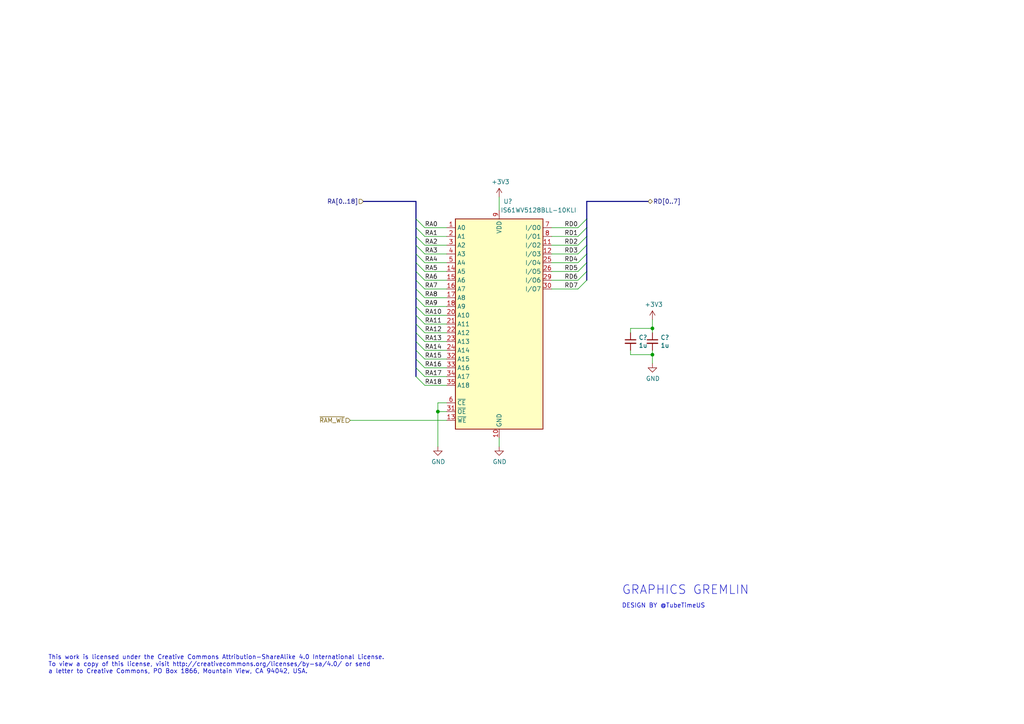
<source format=kicad_sch>
(kicad_sch
	(version 20231120)
	(generator "eeschema")
	(generator_version "8.0")
	(uuid "bc1cab36-5b79-4c6f-a520-cd4427426656")
	(paper "A4")
	(title_block
		(title "SRAM")
		(rev "2")
	)
	(lib_symbols
		(symbol "Device:C_Small"
			(pin_numbers hide)
			(pin_names
				(offset 0.254) hide)
			(exclude_from_sim no)
			(in_bom yes)
			(on_board yes)
			(property "Reference" "C"
				(at 0.254 1.778 0)
				(effects
					(font
						(size 1.27 1.27)
					)
					(justify left)
				)
			)
			(property "Value" "C_Small"
				(at 0.254 -2.032 0)
				(effects
					(font
						(size 1.27 1.27)
					)
					(justify left)
				)
			)
			(property "Footprint" ""
				(at 0 0 0)
				(effects
					(font
						(size 1.27 1.27)
					)
					(hide yes)
				)
			)
			(property "Datasheet" "~"
				(at 0 0 0)
				(effects
					(font
						(size 1.27 1.27)
					)
					(hide yes)
				)
			)
			(property "Description" "Unpolarized capacitor, small symbol"
				(at 0 0 0)
				(effects
					(font
						(size 1.27 1.27)
					)
					(hide yes)
				)
			)
			(property "ki_keywords" "capacitor cap"
				(at 0 0 0)
				(effects
					(font
						(size 1.27 1.27)
					)
					(hide yes)
				)
			)
			(property "ki_fp_filters" "C_*"
				(at 0 0 0)
				(effects
					(font
						(size 1.27 1.27)
					)
					(hide yes)
				)
			)
			(symbol "C_Small_0_1"
				(polyline
					(pts
						(xy -1.524 -0.508) (xy 1.524 -0.508)
					)
					(stroke
						(width 0.3302)
						(type default)
					)
					(fill
						(type none)
					)
				)
				(polyline
					(pts
						(xy -1.524 0.508) (xy 1.524 0.508)
					)
					(stroke
						(width 0.3048)
						(type default)
					)
					(fill
						(type none)
					)
				)
			)
			(symbol "C_Small_1_1"
				(pin passive line
					(at 0 2.54 270)
					(length 2.032)
					(name "~"
						(effects
							(font
								(size 1.27 1.27)
							)
						)
					)
					(number "1"
						(effects
							(font
								(size 1.27 1.27)
							)
						)
					)
				)
				(pin passive line
					(at 0 -2.54 90)
					(length 2.032)
					(name "~"
						(effects
							(font
								(size 1.27 1.27)
							)
						)
					)
					(number "2"
						(effects
							(font
								(size 1.27 1.27)
							)
						)
					)
				)
			)
		)
		(symbol "Memory_RAM:IS61C5128AL-10KLI"
			(exclude_from_sim no)
			(in_bom yes)
			(on_board yes)
			(property "Reference" "U"
				(at -10.16 31.75 0)
				(effects
					(font
						(size 1.27 1.27)
					)
				)
			)
			(property "Value" "IS61C5128AL-10KLI"
				(at 12.7 31.75 0)
				(effects
					(font
						(size 1.27 1.27)
					)
				)
			)
			(property "Footprint" "Package_SO:SOJ-36_10.16x23.49mm_P1.27mm"
				(at -12.7 29.21 0)
				(effects
					(font
						(size 1.27 1.27)
					)
					(hide yes)
				)
			)
			(property "Datasheet" "http://www.issi.com/WW/pdf/61-64C5128AL.pdf"
				(at 0 0 0)
				(effects
					(font
						(size 1.27 1.27)
					)
					(hide yes)
				)
			)
			(property "Description" "512K x 8 HIGH-SPEED CMOS STATIC RAM, 10ns, SOJ-36"
				(at 0 0 0)
				(effects
					(font
						(size 1.27 1.27)
					)
					(hide yes)
				)
			)
			(property "ki_keywords" "SRAM MEMORY"
				(at 0 0 0)
				(effects
					(font
						(size 1.27 1.27)
					)
					(hide yes)
				)
			)
			(property "ki_fp_filters" "SOJ*10.16x23.49mm*P1.27mm*"
				(at 0 0 0)
				(effects
					(font
						(size 1.27 1.27)
					)
					(hide yes)
				)
			)
			(symbol "IS61C5128AL-10KLI_0_1"
				(rectangle
					(start -12.7 30.48)
					(end 12.7 -30.48)
					(stroke
						(width 0.254)
						(type default)
					)
					(fill
						(type background)
					)
				)
			)
			(symbol "IS61C5128AL-10KLI_1_1"
				(pin input line
					(at -15.24 27.94 0)
					(length 2.54)
					(name "A0"
						(effects
							(font
								(size 1.27 1.27)
							)
						)
					)
					(number "1"
						(effects
							(font
								(size 1.27 1.27)
							)
						)
					)
				)
				(pin power_in line
					(at 0 -33.02 90)
					(length 2.54)
					(name "GND"
						(effects
							(font
								(size 1.27 1.27)
							)
						)
					)
					(number "10"
						(effects
							(font
								(size 1.27 1.27)
							)
						)
					)
				)
				(pin bidirectional line
					(at 15.24 22.86 180)
					(length 2.54)
					(name "I/O2"
						(effects
							(font
								(size 1.27 1.27)
							)
						)
					)
					(number "11"
						(effects
							(font
								(size 1.27 1.27)
							)
						)
					)
				)
				(pin bidirectional line
					(at 15.24 20.32 180)
					(length 2.54)
					(name "I/O3"
						(effects
							(font
								(size 1.27 1.27)
							)
						)
					)
					(number "12"
						(effects
							(font
								(size 1.27 1.27)
							)
						)
					)
				)
				(pin input line
					(at -15.24 -27.94 0)
					(length 2.54)
					(name "~{WE}"
						(effects
							(font
								(size 1.27 1.27)
							)
						)
					)
					(number "13"
						(effects
							(font
								(size 1.27 1.27)
							)
						)
					)
				)
				(pin input line
					(at -15.24 15.24 0)
					(length 2.54)
					(name "A5"
						(effects
							(font
								(size 1.27 1.27)
							)
						)
					)
					(number "14"
						(effects
							(font
								(size 1.27 1.27)
							)
						)
					)
				)
				(pin input line
					(at -15.24 12.7 0)
					(length 2.54)
					(name "A6"
						(effects
							(font
								(size 1.27 1.27)
							)
						)
					)
					(number "15"
						(effects
							(font
								(size 1.27 1.27)
							)
						)
					)
				)
				(pin input line
					(at -15.24 10.16 0)
					(length 2.54)
					(name "A7"
						(effects
							(font
								(size 1.27 1.27)
							)
						)
					)
					(number "16"
						(effects
							(font
								(size 1.27 1.27)
							)
						)
					)
				)
				(pin input line
					(at -15.24 7.62 0)
					(length 2.54)
					(name "A8"
						(effects
							(font
								(size 1.27 1.27)
							)
						)
					)
					(number "17"
						(effects
							(font
								(size 1.27 1.27)
							)
						)
					)
				)
				(pin input line
					(at -15.24 5.08 0)
					(length 2.54)
					(name "A9"
						(effects
							(font
								(size 1.27 1.27)
							)
						)
					)
					(number "18"
						(effects
							(font
								(size 1.27 1.27)
							)
						)
					)
				)
				(pin no_connect line
					(at 12.7 -27.94 180)
					(length 2.54) hide
					(name "NC"
						(effects
							(font
								(size 1.27 1.27)
							)
						)
					)
					(number "19"
						(effects
							(font
								(size 1.27 1.27)
							)
						)
					)
				)
				(pin input line
					(at -15.24 25.4 0)
					(length 2.54)
					(name "A1"
						(effects
							(font
								(size 1.27 1.27)
							)
						)
					)
					(number "2"
						(effects
							(font
								(size 1.27 1.27)
							)
						)
					)
				)
				(pin input line
					(at -15.24 2.54 0)
					(length 2.54)
					(name "A10"
						(effects
							(font
								(size 1.27 1.27)
							)
						)
					)
					(number "20"
						(effects
							(font
								(size 1.27 1.27)
							)
						)
					)
				)
				(pin input line
					(at -15.24 0 0)
					(length 2.54)
					(name "A11"
						(effects
							(font
								(size 1.27 1.27)
							)
						)
					)
					(number "21"
						(effects
							(font
								(size 1.27 1.27)
							)
						)
					)
				)
				(pin input line
					(at -15.24 -2.54 0)
					(length 2.54)
					(name "A12"
						(effects
							(font
								(size 1.27 1.27)
							)
						)
					)
					(number "22"
						(effects
							(font
								(size 1.27 1.27)
							)
						)
					)
				)
				(pin input line
					(at -15.24 -5.08 0)
					(length 2.54)
					(name "A13"
						(effects
							(font
								(size 1.27 1.27)
							)
						)
					)
					(number "23"
						(effects
							(font
								(size 1.27 1.27)
							)
						)
					)
				)
				(pin input line
					(at -15.24 -7.62 0)
					(length 2.54)
					(name "A14"
						(effects
							(font
								(size 1.27 1.27)
							)
						)
					)
					(number "24"
						(effects
							(font
								(size 1.27 1.27)
							)
						)
					)
				)
				(pin bidirectional line
					(at 15.24 17.78 180)
					(length 2.54)
					(name "I/O4"
						(effects
							(font
								(size 1.27 1.27)
							)
						)
					)
					(number "25"
						(effects
							(font
								(size 1.27 1.27)
							)
						)
					)
				)
				(pin bidirectional line
					(at 15.24 15.24 180)
					(length 2.54)
					(name "I/O5"
						(effects
							(font
								(size 1.27 1.27)
							)
						)
					)
					(number "26"
						(effects
							(font
								(size 1.27 1.27)
							)
						)
					)
				)
				(pin passive line
					(at 0 33.02 270)
					(length 2.54) hide
					(name "VDD"
						(effects
							(font
								(size 1.27 1.27)
							)
						)
					)
					(number "27"
						(effects
							(font
								(size 1.27 1.27)
							)
						)
					)
				)
				(pin passive line
					(at 0 -33.02 90)
					(length 2.54) hide
					(name "GND"
						(effects
							(font
								(size 1.27 1.27)
							)
						)
					)
					(number "28"
						(effects
							(font
								(size 1.27 1.27)
							)
						)
					)
				)
				(pin bidirectional line
					(at 15.24 12.7 180)
					(length 2.54)
					(name "I/O6"
						(effects
							(font
								(size 1.27 1.27)
							)
						)
					)
					(number "29"
						(effects
							(font
								(size 1.27 1.27)
							)
						)
					)
				)
				(pin input line
					(at -15.24 22.86 0)
					(length 2.54)
					(name "A2"
						(effects
							(font
								(size 1.27 1.27)
							)
						)
					)
					(number "3"
						(effects
							(font
								(size 1.27 1.27)
							)
						)
					)
				)
				(pin bidirectional line
					(at 15.24 10.16 180)
					(length 2.54)
					(name "I/O7"
						(effects
							(font
								(size 1.27 1.27)
							)
						)
					)
					(number "30"
						(effects
							(font
								(size 1.27 1.27)
							)
						)
					)
				)
				(pin input line
					(at -15.24 -25.4 0)
					(length 2.54)
					(name "~{OE}"
						(effects
							(font
								(size 1.27 1.27)
							)
						)
					)
					(number "31"
						(effects
							(font
								(size 1.27 1.27)
							)
						)
					)
				)
				(pin input line
					(at -15.24 -10.16 0)
					(length 2.54)
					(name "A15"
						(effects
							(font
								(size 1.27 1.27)
							)
						)
					)
					(number "32"
						(effects
							(font
								(size 1.27 1.27)
							)
						)
					)
				)
				(pin input line
					(at -15.24 -12.7 0)
					(length 2.54)
					(name "A16"
						(effects
							(font
								(size 1.27 1.27)
							)
						)
					)
					(number "33"
						(effects
							(font
								(size 1.27 1.27)
							)
						)
					)
				)
				(pin input line
					(at -15.24 -15.24 0)
					(length 2.54)
					(name "A17"
						(effects
							(font
								(size 1.27 1.27)
							)
						)
					)
					(number "34"
						(effects
							(font
								(size 1.27 1.27)
							)
						)
					)
				)
				(pin input line
					(at -15.24 -17.78 0)
					(length 2.54)
					(name "A18"
						(effects
							(font
								(size 1.27 1.27)
							)
						)
					)
					(number "35"
						(effects
							(font
								(size 1.27 1.27)
							)
						)
					)
				)
				(pin no_connect line
					(at 12.7 -25.4 180)
					(length 2.54) hide
					(name "NC"
						(effects
							(font
								(size 1.27 1.27)
							)
						)
					)
					(number "36"
						(effects
							(font
								(size 1.27 1.27)
							)
						)
					)
				)
				(pin input line
					(at -15.24 20.32 0)
					(length 2.54)
					(name "A3"
						(effects
							(font
								(size 1.27 1.27)
							)
						)
					)
					(number "4"
						(effects
							(font
								(size 1.27 1.27)
							)
						)
					)
				)
				(pin input line
					(at -15.24 17.78 0)
					(length 2.54)
					(name "A4"
						(effects
							(font
								(size 1.27 1.27)
							)
						)
					)
					(number "5"
						(effects
							(font
								(size 1.27 1.27)
							)
						)
					)
				)
				(pin input line
					(at -15.24 -22.86 0)
					(length 2.54)
					(name "~{CE}"
						(effects
							(font
								(size 1.27 1.27)
							)
						)
					)
					(number "6"
						(effects
							(font
								(size 1.27 1.27)
							)
						)
					)
				)
				(pin bidirectional line
					(at 15.24 27.94 180)
					(length 2.54)
					(name "I/O0"
						(effects
							(font
								(size 1.27 1.27)
							)
						)
					)
					(number "7"
						(effects
							(font
								(size 1.27 1.27)
							)
						)
					)
				)
				(pin bidirectional line
					(at 15.24 25.4 180)
					(length 2.54)
					(name "I/O1"
						(effects
							(font
								(size 1.27 1.27)
							)
						)
					)
					(number "8"
						(effects
							(font
								(size 1.27 1.27)
							)
						)
					)
				)
				(pin power_in line
					(at 0 33.02 270)
					(length 2.54)
					(name "VDD"
						(effects
							(font
								(size 1.27 1.27)
							)
						)
					)
					(number "9"
						(effects
							(font
								(size 1.27 1.27)
							)
						)
					)
				)
			)
		)
		(symbol "isavideo-rescue:+3V3-power"
			(power)
			(pin_names
				(offset 0)
			)
			(exclude_from_sim no)
			(in_bom yes)
			(on_board yes)
			(property "Reference" "#PWR"
				(at 0 -3.81 0)
				(effects
					(font
						(size 1.27 1.27)
					)
					(hide yes)
				)
			)
			(property "Value" "power_+3V3"
				(at 0 3.556 0)
				(effects
					(font
						(size 1.27 1.27)
					)
				)
			)
			(property "Footprint" ""
				(at 0 0 0)
				(effects
					(font
						(size 1.27 1.27)
					)
					(hide yes)
				)
			)
			(property "Datasheet" ""
				(at 0 0 0)
				(effects
					(font
						(size 1.27 1.27)
					)
					(hide yes)
				)
			)
			(property "Description" ""
				(at 0 0 0)
				(effects
					(font
						(size 1.27 1.27)
					)
					(hide yes)
				)
			)
			(symbol "+3V3-power_0_1"
				(polyline
					(pts
						(xy -0.762 1.27) (xy 0 2.54)
					)
					(stroke
						(width 0)
						(type solid)
					)
					(fill
						(type none)
					)
				)
				(polyline
					(pts
						(xy 0 0) (xy 0 2.54)
					)
					(stroke
						(width 0)
						(type solid)
					)
					(fill
						(type none)
					)
				)
				(polyline
					(pts
						(xy 0 2.54) (xy 0.762 1.27)
					)
					(stroke
						(width 0)
						(type solid)
					)
					(fill
						(type none)
					)
				)
			)
			(symbol "+3V3-power_1_1"
				(pin power_in line
					(at 0 0 90)
					(length 0) hide
					(name "+3V3"
						(effects
							(font
								(size 1.27 1.27)
							)
						)
					)
					(number "1"
						(effects
							(font
								(size 1.27 1.27)
							)
						)
					)
				)
			)
		)
		(symbol "isavideo-rescue:GND-power"
			(power)
			(pin_names
				(offset 0)
			)
			(exclude_from_sim no)
			(in_bom yes)
			(on_board yes)
			(property "Reference" "#PWR"
				(at 0 -6.35 0)
				(effects
					(font
						(size 1.27 1.27)
					)
					(hide yes)
				)
			)
			(property "Value" "power_GND"
				(at 0 -3.81 0)
				(effects
					(font
						(size 1.27 1.27)
					)
				)
			)
			(property "Footprint" ""
				(at 0 0 0)
				(effects
					(font
						(size 1.27 1.27)
					)
					(hide yes)
				)
			)
			(property "Datasheet" ""
				(at 0 0 0)
				(effects
					(font
						(size 1.27 1.27)
					)
					(hide yes)
				)
			)
			(property "Description" ""
				(at 0 0 0)
				(effects
					(font
						(size 1.27 1.27)
					)
					(hide yes)
				)
			)
			(symbol "GND-power_0_1"
				(polyline
					(pts
						(xy 0 0) (xy 0 -1.27) (xy 1.27 -1.27) (xy 0 -2.54) (xy -1.27 -1.27) (xy 0 -1.27)
					)
					(stroke
						(width 0)
						(type solid)
					)
					(fill
						(type none)
					)
				)
			)
			(symbol "GND-power_1_1"
				(pin power_in line
					(at 0 0 270)
					(length 0) hide
					(name "GND"
						(effects
							(font
								(size 1.27 1.27)
							)
						)
					)
					(number "1"
						(effects
							(font
								(size 1.27 1.27)
							)
						)
					)
				)
			)
		)
	)
	(junction
		(at 127 119.38)
		(diameter 0)
		(color 0 0 0 0)
		(uuid "63dc6bd9-15b8-4394-8029-50dd9743b244")
	)
	(junction
		(at 189.23 95.25)
		(diameter 0)
		(color 0 0 0 0)
		(uuid "912dfb88-0bea-4d58-8974-c6d3d5ef0552")
	)
	(junction
		(at 189.23 102.87)
		(diameter 0)
		(color 0 0 0 0)
		(uuid "9e8b88a5-4db3-4086-8546-45e156db027b")
	)
	(bus_entry
		(at 120.65 104.14)
		(size 2.54 2.54)
		(stroke
			(width 0)
			(type default)
		)
		(uuid "0ffa5a8c-c79a-4ab6-87ea-c7d0cb47de54")
	)
	(bus_entry
		(at 120.65 71.12)
		(size 2.54 2.54)
		(stroke
			(width 0)
			(type default)
		)
		(uuid "18acc884-5699-40e2-95b1-f4cf590926ba")
	)
	(bus_entry
		(at 120.65 96.52)
		(size 2.54 2.54)
		(stroke
			(width 0)
			(type default)
		)
		(uuid "2d89dda8-69f2-47c7-8d59-85c43fc6f1bc")
	)
	(bus_entry
		(at 167.64 78.74)
		(size 2.54 -2.54)
		(stroke
			(width 0)
			(type default)
		)
		(uuid "366f2c6f-3502-47ff-9b81-9bf78a4b3f80")
	)
	(bus_entry
		(at 167.64 83.82)
		(size 2.54 -2.54)
		(stroke
			(width 0)
			(type default)
		)
		(uuid "3780d3e5-c83d-4ca1-8795-90637b6ce463")
	)
	(bus_entry
		(at 120.65 109.22)
		(size 2.54 2.54)
		(stroke
			(width 0)
			(type default)
		)
		(uuid "3fc72f4c-c506-4f04-88b2-2ea0a8df2c2e")
	)
	(bus_entry
		(at 120.65 66.04)
		(size 2.54 2.54)
		(stroke
			(width 0)
			(type default)
		)
		(uuid "4e52f97c-64e0-4e37-bb72-739bbe9dc878")
	)
	(bus_entry
		(at 167.64 66.04)
		(size 2.54 -2.54)
		(stroke
			(width 0)
			(type default)
		)
		(uuid "56576160-c095-42b4-a764-309ba2ea2045")
	)
	(bus_entry
		(at 120.65 78.74)
		(size 2.54 2.54)
		(stroke
			(width 0)
			(type default)
		)
		(uuid "56ddef8b-424d-4d8a-9bf1-78da69d6efe5")
	)
	(bus_entry
		(at 167.64 71.12)
		(size 2.54 -2.54)
		(stroke
			(width 0)
			(type default)
		)
		(uuid "623abc89-5914-47ce-9bb4-b792709aec3d")
	)
	(bus_entry
		(at 120.65 68.58)
		(size 2.54 2.54)
		(stroke
			(width 0)
			(type default)
		)
		(uuid "69205a3f-1441-4b7f-8427-761d39444e6a")
	)
	(bus_entry
		(at 120.65 86.36)
		(size 2.54 2.54)
		(stroke
			(width 0)
			(type default)
		)
		(uuid "6bcc4e66-6018-495d-b46f-f35f2e0379d7")
	)
	(bus_entry
		(at 120.65 91.44)
		(size 2.54 2.54)
		(stroke
			(width 0)
			(type default)
		)
		(uuid "6f21da35-e48c-42ac-92a7-4698e2191e54")
	)
	(bus_entry
		(at 120.65 88.9)
		(size 2.54 2.54)
		(stroke
			(width 0)
			(type default)
		)
		(uuid "7457bd4c-485e-425b-ad87-ddf16ab82fc8")
	)
	(bus_entry
		(at 120.65 73.66)
		(size 2.54 2.54)
		(stroke
			(width 0)
			(type default)
		)
		(uuid "74db30d0-2d8d-461a-ae66-ea28a38dc390")
	)
	(bus_entry
		(at 167.64 73.66)
		(size 2.54 -2.54)
		(stroke
			(width 0)
			(type default)
		)
		(uuid "93ebcfa3-0bf1-450a-b196-7827ff7fc0f6")
	)
	(bus_entry
		(at 120.65 106.68)
		(size 2.54 2.54)
		(stroke
			(width 0)
			(type default)
		)
		(uuid "97945c24-cac4-49f0-8c43-fe07d652722b")
	)
	(bus_entry
		(at 120.65 101.6)
		(size 2.54 2.54)
		(stroke
			(width 0)
			(type default)
		)
		(uuid "9d8f1bfb-93af-4231-9f3e-0a4d215be42c")
	)
	(bus_entry
		(at 120.65 63.5)
		(size 2.54 2.54)
		(stroke
			(width 0)
			(type default)
		)
		(uuid "b39dc65d-b288-47d0-a808-33da751f904c")
	)
	(bus_entry
		(at 120.65 93.98)
		(size 2.54 2.54)
		(stroke
			(width 0)
			(type default)
		)
		(uuid "b84134e3-9417-4bb3-9f8b-c1e0872f68f5")
	)
	(bus_entry
		(at 120.65 76.2)
		(size 2.54 2.54)
		(stroke
			(width 0)
			(type default)
		)
		(uuid "beae85a7-aef7-465f-85f8-38b9d6eca230")
	)
	(bus_entry
		(at 120.65 99.06)
		(size 2.54 2.54)
		(stroke
			(width 0)
			(type default)
		)
		(uuid "d933e33b-69a5-44da-a680-34cfa45bc41a")
	)
	(bus_entry
		(at 167.64 76.2)
		(size 2.54 -2.54)
		(stroke
			(width 0)
			(type default)
		)
		(uuid "e10931ed-bc6d-4e85-93b0-c760e8e80c9d")
	)
	(bus_entry
		(at 167.64 68.58)
		(size 2.54 -2.54)
		(stroke
			(width 0)
			(type default)
		)
		(uuid "e30c4b00-2b4e-4279-bff2-bcf020f487bc")
	)
	(bus_entry
		(at 120.65 81.28)
		(size 2.54 2.54)
		(stroke
			(width 0)
			(type default)
		)
		(uuid "e6925bfb-872e-4c8e-a178-07d7262f7093")
	)
	(bus_entry
		(at 120.65 83.82)
		(size 2.54 2.54)
		(stroke
			(width 0)
			(type default)
		)
		(uuid "ee70ed6a-c20c-4996-acd6-cabfde2cd304")
	)
	(bus_entry
		(at 167.64 81.28)
		(size 2.54 -2.54)
		(stroke
			(width 0)
			(type default)
		)
		(uuid "f95bd133-98b3-41cd-ae02-ba470e03c3d9")
	)
	(bus
		(pts
			(xy 120.65 76.2) (xy 120.65 78.74)
		)
		(stroke
			(width 0)
			(type default)
		)
		(uuid "044852fa-bfe6-4e9c-a17a-4819c6df0d5f")
	)
	(wire
		(pts
			(xy 129.54 121.92) (xy 101.6 121.92)
		)
		(stroke
			(width 0)
			(type default)
		)
		(uuid "0fa27992-76f7-44c4-83b7-00570899870f")
	)
	(wire
		(pts
			(xy 123.19 111.76) (xy 129.54 111.76)
		)
		(stroke
			(width 0)
			(type default)
		)
		(uuid "117ea55c-840c-43b1-a29d-0572994ad52f")
	)
	(bus
		(pts
			(xy 120.65 71.12) (xy 120.65 73.66)
		)
		(stroke
			(width 0)
			(type default)
		)
		(uuid "145b760a-5bd3-4467-9c84-4d8d7d19731a")
	)
	(wire
		(pts
			(xy 123.19 86.36) (xy 129.54 86.36)
		)
		(stroke
			(width 0)
			(type default)
		)
		(uuid "15318993-131f-4f08-a31d-03f9b926814c")
	)
	(bus
		(pts
			(xy 120.65 58.42) (xy 120.65 63.5)
		)
		(stroke
			(width 0)
			(type default)
		)
		(uuid "15801121-5d2c-481b-a59f-4050f49cee47")
	)
	(wire
		(pts
			(xy 127 116.84) (xy 127 119.38)
		)
		(stroke
			(width 0)
			(type default)
		)
		(uuid "247261a3-d5f7-4e70-9b36-d4755dcb25e6")
	)
	(bus
		(pts
			(xy 120.65 58.42) (xy 105.41 58.42)
		)
		(stroke
			(width 0)
			(type default)
		)
		(uuid "2679a0d1-7942-45a6-a5ed-b47bb6e84fc7")
	)
	(wire
		(pts
			(xy 189.23 102.87) (xy 189.23 105.41)
		)
		(stroke
			(width 0)
			(type default)
		)
		(uuid "289927ca-461f-4785-a5a9-3f7a10280195")
	)
	(bus
		(pts
			(xy 120.65 63.5) (xy 120.65 66.04)
		)
		(stroke
			(width 0)
			(type default)
		)
		(uuid "28d563f7-0769-4d18-8043-14222f9a1bd8")
	)
	(wire
		(pts
			(xy 123.19 68.58) (xy 129.54 68.58)
		)
		(stroke
			(width 0)
			(type default)
		)
		(uuid "2918ff38-dbe2-4355-a998-1feb1d8bab08")
	)
	(wire
		(pts
			(xy 189.23 95.25) (xy 189.23 96.52)
		)
		(stroke
			(width 0)
			(type default)
		)
		(uuid "2a3d8539-9a86-47fb-b8dc-22e957164216")
	)
	(wire
		(pts
			(xy 123.19 66.04) (xy 129.54 66.04)
		)
		(stroke
			(width 0)
			(type default)
		)
		(uuid "2c5683c4-3549-4f72-b13a-f886c2ab7cab")
	)
	(wire
		(pts
			(xy 182.88 102.87) (xy 189.23 102.87)
		)
		(stroke
			(width 0)
			(type default)
		)
		(uuid "2ed2d17e-ee42-4903-b11d-243e2fc8b908")
	)
	(bus
		(pts
			(xy 120.65 66.04) (xy 120.65 68.58)
		)
		(stroke
			(width 0)
			(type default)
		)
		(uuid "3433e6f6-d722-4377-bba5-c7d703bfa673")
	)
	(bus
		(pts
			(xy 170.18 66.04) (xy 170.18 68.58)
		)
		(stroke
			(width 0)
			(type default)
		)
		(uuid "34839887-54f8-4390-833e-b827cbfe39e3")
	)
	(bus
		(pts
			(xy 120.65 78.74) (xy 120.65 81.28)
		)
		(stroke
			(width 0)
			(type default)
		)
		(uuid "39667d8f-239b-4cf0-ac8b-3f510714c0d6")
	)
	(wire
		(pts
			(xy 123.19 81.28) (xy 129.54 81.28)
		)
		(stroke
			(width 0)
			(type default)
		)
		(uuid "3a1c85fa-ac79-4ce5-bc09-22a1388cc0b7")
	)
	(bus
		(pts
			(xy 170.18 73.66) (xy 170.18 76.2)
		)
		(stroke
			(width 0)
			(type default)
		)
		(uuid "3c3fded0-5f2a-4412-a02f-5c296264ac63")
	)
	(wire
		(pts
			(xy 160.02 66.04) (xy 167.64 66.04)
		)
		(stroke
			(width 0)
			(type default)
		)
		(uuid "3cc144bd-8c67-4a5c-abcf-2b13f5a28df9")
	)
	(bus
		(pts
			(xy 120.65 99.06) (xy 120.65 101.6)
		)
		(stroke
			(width 0)
			(type default)
		)
		(uuid "448957f8-9ff8-4b73-b6e9-5a460bf6dd2d")
	)
	(wire
		(pts
			(xy 123.19 88.9) (xy 129.54 88.9)
		)
		(stroke
			(width 0)
			(type default)
		)
		(uuid "451592d3-50cf-4be0-a7e9-3f01abc9f702")
	)
	(bus
		(pts
			(xy 170.18 78.74) (xy 170.18 81.28)
		)
		(stroke
			(width 0)
			(type default)
		)
		(uuid "454a3c44-8b61-4806-86f0-ac684b0db9d9")
	)
	(wire
		(pts
			(xy 160.02 83.82) (xy 167.64 83.82)
		)
		(stroke
			(width 0)
			(type default)
		)
		(uuid "483037e9-304b-4957-8ac8-03a8f0cebc9e")
	)
	(wire
		(pts
			(xy 182.88 96.52) (xy 182.88 95.25)
		)
		(stroke
			(width 0)
			(type default)
		)
		(uuid "4f01416f-1cee-4384-8f54-fcdea1f0e25a")
	)
	(bus
		(pts
			(xy 120.65 86.36) (xy 120.65 88.9)
		)
		(stroke
			(width 0)
			(type default)
		)
		(uuid "4f1a24cd-62f6-42f9-8cdf-408edcc10e14")
	)
	(wire
		(pts
			(xy 189.23 95.25) (xy 189.23 92.71)
		)
		(stroke
			(width 0)
			(type default)
		)
		(uuid "53676bf1-7992-46fd-9b18-5d6ee757053e")
	)
	(wire
		(pts
			(xy 123.19 78.74) (xy 129.54 78.74)
		)
		(stroke
			(width 0)
			(type default)
		)
		(uuid "56e8272c-91fd-4e52-801f-8d765e3c397d")
	)
	(wire
		(pts
			(xy 144.78 57.15) (xy 144.78 60.96)
		)
		(stroke
			(width 0)
			(type default)
		)
		(uuid "57b1a6f5-b8d2-4f77-904b-08230eac91af")
	)
	(bus
		(pts
			(xy 120.65 91.44) (xy 120.65 93.98)
		)
		(stroke
			(width 0)
			(type default)
		)
		(uuid "57e8a10f-cf3a-4606-a9cb-b6dc02cbf50f")
	)
	(wire
		(pts
			(xy 127 119.38) (xy 129.54 119.38)
		)
		(stroke
			(width 0)
			(type default)
		)
		(uuid "58ef2409-0a0d-4d0a-a09e-80e9b6e6c157")
	)
	(wire
		(pts
			(xy 123.19 104.14) (xy 129.54 104.14)
		)
		(stroke
			(width 0)
			(type default)
		)
		(uuid "5fbb87cd-0d3f-4292-ac74-cc9004c08ed4")
	)
	(bus
		(pts
			(xy 170.18 58.42) (xy 187.96 58.42)
		)
		(stroke
			(width 0)
			(type default)
		)
		(uuid "6001e1f5-bbc3-49ca-a973-49678c13c134")
	)
	(bus
		(pts
			(xy 170.18 76.2) (xy 170.18 78.74)
		)
		(stroke
			(width 0)
			(type default)
		)
		(uuid "6043040a-d08b-4773-96f8-1cd9808075a5")
	)
	(bus
		(pts
			(xy 120.65 83.82) (xy 120.65 86.36)
		)
		(stroke
			(width 0)
			(type default)
		)
		(uuid "6877eafa-3c9a-4e57-9049-ec93f9d504be")
	)
	(bus
		(pts
			(xy 120.65 81.28) (xy 120.65 83.82)
		)
		(stroke
			(width 0)
			(type default)
		)
		(uuid "6a0c3b82-7725-4db0-8a8c-b64d91354a2d")
	)
	(bus
		(pts
			(xy 120.65 93.98) (xy 120.65 96.52)
		)
		(stroke
			(width 0)
			(type default)
		)
		(uuid "6a5b4f69-1447-469e-995e-09fb695673b4")
	)
	(bus
		(pts
			(xy 120.65 73.66) (xy 120.65 76.2)
		)
		(stroke
			(width 0)
			(type default)
		)
		(uuid "6d89b14a-4616-4ca1-8f23-61fb8fc7da27")
	)
	(bus
		(pts
			(xy 170.18 63.5) (xy 170.18 66.04)
		)
		(stroke
			(width 0)
			(type default)
		)
		(uuid "742a1c43-e008-47e6-a8dc-152821b271b8")
	)
	(wire
		(pts
			(xy 123.19 101.6) (xy 129.54 101.6)
		)
		(stroke
			(width 0)
			(type default)
		)
		(uuid "758f1e24-d9c5-4096-ab94-c3b5cf40008d")
	)
	(wire
		(pts
			(xy 123.19 109.22) (xy 129.54 109.22)
		)
		(stroke
			(width 0)
			(type default)
		)
		(uuid "79ee6f9b-de13-469a-b3fc-d59c311fc540")
	)
	(wire
		(pts
			(xy 160.02 68.58) (xy 167.64 68.58)
		)
		(stroke
			(width 0)
			(type default)
		)
		(uuid "7b5b26ec-2964-495a-8381-39a10a083db6")
	)
	(wire
		(pts
			(xy 144.78 127) (xy 144.78 129.54)
		)
		(stroke
			(width 0)
			(type default)
		)
		(uuid "820373b2-f36a-436a-abe8-bbdf8bcb9979")
	)
	(bus
		(pts
			(xy 120.65 96.52) (xy 120.65 99.06)
		)
		(stroke
			(width 0)
			(type default)
		)
		(uuid "8d9a545b-07f7-4976-b4e3-88dded390c8a")
	)
	(bus
		(pts
			(xy 120.65 101.6) (xy 120.65 104.14)
		)
		(stroke
			(width 0)
			(type default)
		)
		(uuid "94a32004-87e4-493e-ad16-1c4c5d462631")
	)
	(wire
		(pts
			(xy 160.02 71.12) (xy 167.64 71.12)
		)
		(stroke
			(width 0)
			(type default)
		)
		(uuid "9711cb62-bdd8-4dbc-8df7-ba36b37aa069")
	)
	(bus
		(pts
			(xy 120.65 106.68) (xy 120.65 109.22)
		)
		(stroke
			(width 0)
			(type default)
		)
		(uuid "9b4d401e-ffce-4ae1-a89a-18d682d79733")
	)
	(bus
		(pts
			(xy 170.18 71.12) (xy 170.18 73.66)
		)
		(stroke
			(width 0)
			(type default)
		)
		(uuid "9d41315e-7e9b-422c-a9b6-3701c855bde7")
	)
	(wire
		(pts
			(xy 123.19 76.2) (xy 129.54 76.2)
		)
		(stroke
			(width 0)
			(type default)
		)
		(uuid "a5570ef5-91eb-4cfb-870f-2417505ac7d7")
	)
	(wire
		(pts
			(xy 123.19 71.12) (xy 129.54 71.12)
		)
		(stroke
			(width 0)
			(type default)
		)
		(uuid "a5b3a462-a39f-408a-bc39-f14a828dd904")
	)
	(bus
		(pts
			(xy 170.18 58.42) (xy 170.18 63.5)
		)
		(stroke
			(width 0)
			(type default)
		)
		(uuid "ab309fd5-4670-4087-9b95-460c1a05333d")
	)
	(wire
		(pts
			(xy 160.02 73.66) (xy 167.64 73.66)
		)
		(stroke
			(width 0)
			(type default)
		)
		(uuid "b1e7ec3b-5beb-49ea-88db-9aab8f550e16")
	)
	(wire
		(pts
			(xy 123.19 106.68) (xy 129.54 106.68)
		)
		(stroke
			(width 0)
			(type default)
		)
		(uuid "b24be351-1769-44da-8b13-ca3ad86ac034")
	)
	(wire
		(pts
			(xy 123.19 91.44) (xy 129.54 91.44)
		)
		(stroke
			(width 0)
			(type default)
		)
		(uuid "b27dba69-59c0-4111-a8d1-ce3f375bc946")
	)
	(bus
		(pts
			(xy 120.65 104.14) (xy 120.65 106.68)
		)
		(stroke
			(width 0)
			(type default)
		)
		(uuid "b5245d85-ba60-4c71-a1fe-3a1d368d4f6a")
	)
	(bus
		(pts
			(xy 120.65 88.9) (xy 120.65 91.44)
		)
		(stroke
			(width 0)
			(type default)
		)
		(uuid "b5e8efd5-f986-4ec8-8130-c86ef4db1e6f")
	)
	(bus
		(pts
			(xy 170.18 68.58) (xy 170.18 71.12)
		)
		(stroke
			(width 0)
			(type default)
		)
		(uuid "be048203-d0ac-46bc-8e2b-fc83c9c0e3a8")
	)
	(wire
		(pts
			(xy 123.19 99.06) (xy 129.54 99.06)
		)
		(stroke
			(width 0)
			(type default)
		)
		(uuid "c595a5e7-0dc4-4e9a-bf16-d178f7c5f568")
	)
	(wire
		(pts
			(xy 129.54 116.84) (xy 127 116.84)
		)
		(stroke
			(width 0)
			(type default)
		)
		(uuid "c8da7b44-0637-4cec-8bd2-aa03537702bd")
	)
	(wire
		(pts
			(xy 182.88 95.25) (xy 189.23 95.25)
		)
		(stroke
			(width 0)
			(type default)
		)
		(uuid "cac1b8fb-3bae-47cc-95fe-40d3d52dc785")
	)
	(wire
		(pts
			(xy 160.02 76.2) (xy 167.64 76.2)
		)
		(stroke
			(width 0)
			(type default)
		)
		(uuid "cc9b31da-6bfd-4383-9e7e-4b971203230f")
	)
	(wire
		(pts
			(xy 127 119.38) (xy 127 129.54)
		)
		(stroke
			(width 0)
			(type default)
		)
		(uuid "d18e27ef-8963-4b27-893b-999bd6b8f9e0")
	)
	(wire
		(pts
			(xy 123.19 96.52) (xy 129.54 96.52)
		)
		(stroke
			(width 0)
			(type default)
		)
		(uuid "d5da664e-fd47-44f0-9512-7ced6210fcfe")
	)
	(wire
		(pts
			(xy 160.02 78.74) (xy 167.64 78.74)
		)
		(stroke
			(width 0)
			(type default)
		)
		(uuid "d75bd0f4-390a-49be-a552-763dcad1c68e")
	)
	(wire
		(pts
			(xy 160.02 81.28) (xy 167.64 81.28)
		)
		(stroke
			(width 0)
			(type default)
		)
		(uuid "dd743629-f094-45e6-a1d9-901dde8cc350")
	)
	(wire
		(pts
			(xy 189.23 101.6) (xy 189.23 102.87)
		)
		(stroke
			(width 0)
			(type default)
		)
		(uuid "de55ad71-2f6f-4bbd-b949-2a4f9a065478")
	)
	(wire
		(pts
			(xy 123.19 73.66) (xy 129.54 73.66)
		)
		(stroke
			(width 0)
			(type default)
		)
		(uuid "dff0b320-b4c8-4f73-9bf0-571cfda9d21d")
	)
	(wire
		(pts
			(xy 182.88 101.6) (xy 182.88 102.87)
		)
		(stroke
			(width 0)
			(type default)
		)
		(uuid "e2425d19-de15-4ec9-9264-91beac272809")
	)
	(bus
		(pts
			(xy 120.65 68.58) (xy 120.65 71.12)
		)
		(stroke
			(width 0)
			(type default)
		)
		(uuid "ef18557f-77ce-4cf3-8399-912b8eaab2fa")
	)
	(wire
		(pts
			(xy 123.19 83.82) (xy 129.54 83.82)
		)
		(stroke
			(width 0)
			(type default)
		)
		(uuid "fe9bfbc4-7771-469f-ab0d-066346cca628")
	)
	(wire
		(pts
			(xy 123.19 93.98) (xy 129.54 93.98)
		)
		(stroke
			(width 0)
			(type default)
		)
		(uuid "ff9dcd6b-e2ce-40e3-a1b9-a57d02f5b1c5")
	)
	(text "This work is licensed under the Creative Commons Attribution-ShareAlike 4.0 International License. \nTo view a copy of this license, visit http://creativecommons.org/licenses/by-sa/4.0/ or send\na letter to Creative Commons, PO Box 1866, Mountain View, CA 94042, USA."
		(exclude_from_sim no)
		(at 13.97 195.58 0)
		(effects
			(font
				(size 1.27 1.27)
			)
			(justify left bottom)
		)
		(uuid "3d7e390a-9ed2-49a1-8124-f88c798568a0")
	)
	(text "GRAPHICS GREMLIN"
		(exclude_from_sim no)
		(at 180.34 172.72 0)
		(effects
			(font
				(size 2.54 2.54)
			)
			(justify left bottom)
		)
		(uuid "5648d585-2627-4016-a38b-4760632a3358")
	)
	(text "DESIGN BY @TubeTimeUS"
		(exclude_from_sim no)
		(at 180.34 176.53 0)
		(effects
			(font
				(size 1.27 1.27)
			)
			(justify left bottom)
		)
		(uuid "cf266a3c-0820-4615-8405-0cc4d2450937")
	)
	(label "RD0"
		(at 167.64 66.04 180)
		(effects
			(font
				(size 1.27 1.27)
			)
			(justify right bottom)
		)
		(uuid "07df0ba8-5dc3-4834-b342-768d3f5e091c")
	)
	(label "RA15"
		(at 123.19 104.14 0)
		(effects
			(font
				(size 1.27 1.27)
			)
			(justify left bottom)
		)
		(uuid "089569a0-c70e-4e91-bb59-134bc392fcda")
	)
	(label "RA3"
		(at 123.19 73.66 0)
		(effects
			(font
				(size 1.27 1.27)
			)
			(justify left bottom)
		)
		(uuid "16c3f4ae-0c15-4843-bc5a-963509e5491f")
	)
	(label "RA14"
		(at 123.19 101.6 0)
		(effects
			(font
				(size 1.27 1.27)
			)
			(justify left bottom)
		)
		(uuid "192c7ada-ef32-458e-bd88-1eb18713e338")
	)
	(label "RA4"
		(at 123.19 76.2 0)
		(effects
			(font
				(size 1.27 1.27)
			)
			(justify left bottom)
		)
		(uuid "1e36ff65-ad57-437b-af33-31192abb3841")
	)
	(label "RA12"
		(at 123.19 96.52 0)
		(effects
			(font
				(size 1.27 1.27)
			)
			(justify left bottom)
		)
		(uuid "40fcf0f6-a988-494d-830b-e95f1dfbcaca")
	)
	(label "RA10"
		(at 123.19 91.44 0)
		(effects
			(font
				(size 1.27 1.27)
			)
			(justify left bottom)
		)
		(uuid "4de529aa-f549-465e-a638-ed6b6a212813")
	)
	(label "RA0"
		(at 123.19 66.04 0)
		(effects
			(font
				(size 1.27 1.27)
			)
			(justify left bottom)
		)
		(uuid "4fa06bae-22da-4e28-9b3a-b5710ba3f4b9")
	)
	(label "RA5"
		(at 123.19 78.74 0)
		(effects
			(font
				(size 1.27 1.27)
			)
			(justify left bottom)
		)
		(uuid "5f312ca6-29cb-48fd-bd4f-11e1bdcf9042")
	)
	(label "RA17"
		(at 123.19 109.22 0)
		(effects
			(font
				(size 1.27 1.27)
			)
			(justify left bottom)
		)
		(uuid "6f78acb8-2657-4500-99ca-41f4d7299042")
	)
	(label "RA8"
		(at 123.19 86.36 0)
		(effects
			(font
				(size 1.27 1.27)
			)
			(justify left bottom)
		)
		(uuid "779f1856-7faf-43ba-b676-d3875cdf01fb")
	)
	(label "RD5"
		(at 167.64 78.74 180)
		(effects
			(font
				(size 1.27 1.27)
			)
			(justify right bottom)
		)
		(uuid "854b33d6-0adf-4e73-9721-88a653d4a4ab")
	)
	(label "RA13"
		(at 123.19 99.06 0)
		(effects
			(font
				(size 1.27 1.27)
			)
			(justify left bottom)
		)
		(uuid "87d775d0-f37f-453d-9065-ada637dc49f3")
	)
	(label "RD7"
		(at 167.64 83.82 180)
		(effects
			(font
				(size 1.27 1.27)
			)
			(justify right bottom)
		)
		(uuid "8ab922bf-645a-4328-945f-bbe2a72c185f")
	)
	(label "RA7"
		(at 123.19 83.82 0)
		(effects
			(font
				(size 1.27 1.27)
			)
			(justify left bottom)
		)
		(uuid "8ba6b537-cd6f-440c-ad3c-d352f559e996")
	)
	(label "RA16"
		(at 123.19 106.68 0)
		(effects
			(font
				(size 1.27 1.27)
			)
			(justify left bottom)
		)
		(uuid "91122730-b380-452c-a9b6-6b3ce8d34687")
	)
	(label "RA9"
		(at 123.19 88.9 0)
		(effects
			(font
				(size 1.27 1.27)
			)
			(justify left bottom)
		)
		(uuid "9756d9a6-f084-444c-9b32-69c673a20f4f")
	)
	(label "RA2"
		(at 123.19 71.12 0)
		(effects
			(font
				(size 1.27 1.27)
			)
			(justify left bottom)
		)
		(uuid "baeb0168-21a6-463a-b372-bd0d9e4bab20")
	)
	(label "RA1"
		(at 123.19 68.58 0)
		(effects
			(font
				(size 1.27 1.27)
			)
			(justify left bottom)
		)
		(uuid "c14736c6-2e3a-4131-9e86-c45aaeeff707")
	)
	(label "RD3"
		(at 167.64 73.66 180)
		(effects
			(font
				(size 1.27 1.27)
			)
			(justify right bottom)
		)
		(uuid "c3769832-5674-4c53-827f-ccdf023b7e67")
	)
	(label "RD4"
		(at 167.64 76.2 180)
		(effects
			(font
				(size 1.27 1.27)
			)
			(justify right bottom)
		)
		(uuid "cc4611ae-717f-4219-b2dd-2ccd2e6acf51")
	)
	(label "RA6"
		(at 123.19 81.28 0)
		(effects
			(font
				(size 1.27 1.27)
			)
			(justify left bottom)
		)
		(uuid "d1ef6bf0-e3c7-4fcd-a9b5-9a76baf74d11")
	)
	(label "RD6"
		(at 167.64 81.28 180)
		(effects
			(font
				(size 1.27 1.27)
			)
			(justify right bottom)
		)
		(uuid "dbe0f9cb-d57d-4d7e-87cb-2922c29ecc4d")
	)
	(label "RA18"
		(at 123.19 111.76 0)
		(effects
			(font
				(size 1.27 1.27)
			)
			(justify left bottom)
		)
		(uuid "e3e4dd1d-2729-4ce7-8ac6-ba99e375f3b5")
	)
	(label "RD1"
		(at 167.64 68.58 180)
		(effects
			(font
				(size 1.27 1.27)
			)
			(justify right bottom)
		)
		(uuid "f0b12f66-88ac-4d1e-bf04-d246023fa68e")
	)
	(label "RA11"
		(at 123.19 93.98 0)
		(effects
			(font
				(size 1.27 1.27)
			)
			(justify left bottom)
		)
		(uuid "f8829dff-dba6-438b-b4fe-f892522c2765")
	)
	(label "RD2"
		(at 167.64 71.12 180)
		(effects
			(font
				(size 1.27 1.27)
			)
			(justify right bottom)
		)
		(uuid "f99e1d1e-562b-4315-89d7-09d82e5ba013")
	)
	(hierarchical_label "~{RAM_WE}"
		(shape input)
		(at 101.6 121.92 180)
		(effects
			(font
				(size 1.27 1.27)
			)
			(justify right)
		)
		(uuid "49bcf609-ca12-4160-8959-b7dfd767b0df")
	)
	(hierarchical_label "RA[0..18]"
		(shape input)
		(at 105.41 58.42 180)
		(effects
			(font
				(size 1.27 1.27)
			)
			(justify right)
		)
		(uuid "6a777868-971f-4615-bb83-b3d68b697aa2")
	)
	(hierarchical_label "RD[0..7]"
		(shape bidirectional)
		(at 187.96 58.42 0)
		(effects
			(font
				(size 1.27 1.27)
			)
			(justify left)
		)
		(uuid "9105ad83-3808-4c5e-b914-d9d784bb8785")
	)
	(symbol
		(lib_id "Memory_RAM:IS61C5128AL-10KLI")
		(at 144.78 93.98 0)
		(unit 1)
		(exclude_from_sim no)
		(in_bom yes)
		(on_board yes)
		(dnp no)
		(uuid "00000000-0000-0000-0000-0000603a5b22")
		(property "Reference" "U7"
			(at 147.32 58.42 0)
			(effects
				(font
					(size 1.27 1.27)
				)
			)
		)
		(property "Value" "IS61WV5128BLL-10KLI"
			(at 156.21 60.96 0)
			(effects
				(font
					(size 1.27 1.27)
				)
			)
		)
		(property "Footprint" "Active:SOJ127P1118X376-36"
			(at 132.08 64.77 0)
			(effects
				(font
					(size 1.27 1.27)
				)
				(hide yes)
			)
		)
		(property "Datasheet" "https://www.mouser.com/datasheet/2/198/61-64WV5128Axx-Bxx-258353.pdf"
			(at 144.78 93.98 0)
			(effects
				(font
					(size 1.27 1.27)
				)
				(hide yes)
			)
		)
		(property "Description" ""
			(at 144.78 93.98 0)
			(effects
				(font
					(size 1.27 1.27)
				)
				(hide yes)
			)
		)
		(property "Mouser" "870-61WV5128B10KLI"
			(at 0 187.96 0)
			(effects
				(font
					(size 1.27 1.27)
				)
				(hide yes)
			)
		)
		(pin "1"
			(uuid "8549c246-d542-4d49-8c18-bb1c3f0a91f4")
		)
		(pin "29"
			(uuid "7a8babb3-e42d-47df-a0f8-b42c282fc7c1")
		)
		(pin "17"
			(uuid "0b5bcaa6-8554-4b81-8a33-762e4fbef521")
		)
		(pin "10"
			(uuid "7ccad0b7-03a3-4c2e-8074-27810c295ca1")
		)
		(pin "2"
			(uuid "67ee3c54-e4bd-48de-8f82-e03f9af58269")
		)
		(pin "23"
			(uuid "c899c7e8-63ca-4a86-928b-838a083c7a01")
		)
		(pin "24"
			(uuid "bf31d7e4-6046-4e12-9fa0-9281d62cfe5e")
		)
		(pin "25"
			(uuid "b19a4ca9-3e74-426e-b829-b86a01bd4500")
		)
		(pin "13"
			(uuid "07ee14bf-54b1-477f-a63e-f2d56b60e853")
		)
		(pin "12"
			(uuid "96c9a1d3-5bc3-4c66-84a5-6b2a2149f5cf")
		)
		(pin "27"
			(uuid "0e5023fd-73c4-4721-a42e-126d2c7c532d")
		)
		(pin "3"
			(uuid "19fbd4e3-fda6-4fc1-8b9b-77505fb78705")
		)
		(pin "30"
			(uuid "4cb5e9ef-d686-41fc-85d8-1a81746ed211")
		)
		(pin "20"
			(uuid "240b4066-65fc-4c05-96f6-84d495031ff4")
		)
		(pin "22"
			(uuid "d1b7bde0-781e-43dd-8e9d-8e7565088ccb")
		)
		(pin "28"
			(uuid "6ff45111-1c18-4da2-951e-ed521a98a83c")
		)
		(pin "18"
			(uuid "0f7a9c28-dbca-4844-bf24-fadddc018ef8")
		)
		(pin "21"
			(uuid "ddb47a6a-6bbd-4837-b6f2-21c768c0248d")
		)
		(pin "26"
			(uuid "394e8af1-fdf5-4ce5-a7c2-6f8ac9b2333b")
		)
		(pin "14"
			(uuid "b8768f0c-22cf-4638-8688-a191fafe340a")
		)
		(pin "11"
			(uuid "2d76d005-aa0c-4569-942c-a5dc453105bc")
		)
		(pin "15"
			(uuid "cfd83d91-22ee-47ca-a873-3813b7cba452")
		)
		(pin "16"
			(uuid "c3bea7ff-f816-43ee-813e-719083dead5a")
		)
		(pin "19"
			(uuid "11e45f23-b240-46da-bb3e-0bef7a000d8c")
		)
		(pin "8"
			(uuid "1b7afe6b-e088-40c6-8456-25887d2bf578")
		)
		(pin "9"
			(uuid "5ae018f7-5051-4c50-9de6-3734f0f9ca2c")
		)
		(pin "33"
			(uuid "1e08f97a-1af3-4946-a20f-d0b063ead50d")
		)
		(pin "31"
			(uuid "70ea94e8-b930-456f-a44a-0fbaa8030281")
		)
		(pin "5"
			(uuid "88ec181c-ee2e-4cdc-a358-d7fd8fd76b60")
		)
		(pin "6"
			(uuid "537ddb75-a09f-43d7-8988-f7ba31a0c113")
		)
		(pin "32"
			(uuid "f85e1fc4-1ffd-494a-84c9-bfe875156dae")
		)
		(pin "34"
			(uuid "a57e8e46-e7c1-4c87-8233-1d57d86e9606")
		)
		(pin "4"
			(uuid "6bf7d02f-fee9-428d-b6d7-3588e36059ce")
		)
		(pin "7"
			(uuid "0770ece7-6383-45fa-b443-9e12b745117e")
		)
		(pin "36"
			(uuid "8f88e9cf-4ead-4cf5-833a-e105aaf4ea18")
		)
		(pin "35"
			(uuid "39e818a3-6ce1-4171-a781-7bb1c017663b")
		)
		(instances
			(project ""
				(path "/e807eb07-b5b0-42f3-afc7-10ccc01b06ec"
					(reference "U?")
					(unit 1)
				)
				(path "/e807eb07-b5b0-42f3-afc7-10ccc01b06ec/00000000-0000-0000-0000-0000603a03ff"
					(reference "U7")
					(unit 1)
				)
			)
		)
	)
	(symbol
		(lib_id "isavideo-rescue:+3V3-power")
		(at 144.78 57.15 0)
		(unit 1)
		(exclude_from_sim no)
		(in_bom yes)
		(on_board yes)
		(dnp no)
		(uuid "00000000-0000-0000-0000-0000603a5b7f")
		(property "Reference" "#PWR042"
			(at 144.78 60.96 0)
			(effects
				(font
					(size 1.27 1.27)
				)
				(hide yes)
			)
		)
		(property "Value" "+3V3"
			(at 145.161 52.7558 0)
			(effects
				(font
					(size 1.27 1.27)
				)
			)
		)
		(property "Footprint" ""
			(at 144.78 57.15 0)
			(effects
				(font
					(size 1.27 1.27)
				)
				(hide yes)
			)
		)
		(property "Datasheet" ""
			(at 144.78 57.15 0)
			(effects
				(font
					(size 1.27 1.27)
				)
				(hide yes)
			)
		)
		(property "Description" ""
			(at 144.78 57.15 0)
			(effects
				(font
					(size 1.27 1.27)
				)
				(hide yes)
			)
		)
		(pin "1"
			(uuid "ab495918-dc30-4824-982f-4bb8bdaf6164")
		)
		(instances
			(project ""
				(path "/e807eb07-b5b0-42f3-afc7-10ccc01b06ec"
					(reference "#PWR?")
					(unit 1)
				)
				(path "/e807eb07-b5b0-42f3-afc7-10ccc01b06ec/00000000-0000-0000-0000-0000603a03ff"
					(reference "#PWR042")
					(unit 1)
				)
			)
		)
	)
	(symbol
		(lib_id "isavideo-rescue:GND-power")
		(at 144.78 129.54 0)
		(unit 1)
		(exclude_from_sim no)
		(in_bom yes)
		(on_board yes)
		(dnp no)
		(uuid "00000000-0000-0000-0000-0000603a5b87")
		(property "Reference" "#PWR043"
			(at 144.78 135.89 0)
			(effects
				(font
					(size 1.27 1.27)
				)
				(hide yes)
			)
		)
		(property "Value" "GND"
			(at 144.907 133.9342 0)
			(effects
				(font
					(size 1.27 1.27)
				)
			)
		)
		(property "Footprint" ""
			(at 144.78 129.54 0)
			(effects
				(font
					(size 1.27 1.27)
				)
				(hide yes)
			)
		)
		(property "Datasheet" ""
			(at 144.78 129.54 0)
			(effects
				(font
					(size 1.27 1.27)
				)
				(hide yes)
			)
		)
		(property "Description" ""
			(at 144.78 129.54 0)
			(effects
				(font
					(size 1.27 1.27)
				)
				(hide yes)
			)
		)
		(pin "1"
			(uuid "f187e25f-b633-4392-b99b-0c0e7e476765")
		)
		(instances
			(project ""
				(path "/e807eb07-b5b0-42f3-afc7-10ccc01b06ec"
					(reference "#PWR?")
					(unit 1)
				)
				(path "/e807eb07-b5b0-42f3-afc7-10ccc01b06ec/00000000-0000-0000-0000-0000603a03ff"
					(reference "#PWR043")
					(unit 1)
				)
			)
		)
	)
	(symbol
		(lib_id "isavideo-rescue:GND-power")
		(at 127 129.54 0)
		(unit 1)
		(exclude_from_sim no)
		(in_bom yes)
		(on_board yes)
		(dnp no)
		(uuid "00000000-0000-0000-0000-0000612b8100")
		(property "Reference" "#PWR083"
			(at 127 135.89 0)
			(effects
				(font
					(size 1.27 1.27)
				)
				(hide yes)
			)
		)
		(property "Value" "GND"
			(at 127.127 133.9342 0)
			(effects
				(font
					(size 1.27 1.27)
				)
			)
		)
		(property "Footprint" ""
			(at 127 129.54 0)
			(effects
				(font
					(size 1.27 1.27)
				)
				(hide yes)
			)
		)
		(property "Datasheet" ""
			(at 127 129.54 0)
			(effects
				(font
					(size 1.27 1.27)
				)
				(hide yes)
			)
		)
		(property "Description" ""
			(at 127 129.54 0)
			(effects
				(font
					(size 1.27 1.27)
				)
				(hide yes)
			)
		)
		(pin "1"
			(uuid "452f488c-f833-4eaf-91d8-242f7c35b0ad")
		)
		(instances
			(project ""
				(path "/e807eb07-b5b0-42f3-afc7-10ccc01b06ec"
					(reference "#PWR?")
					(unit 1)
				)
				(path "/e807eb07-b5b0-42f3-afc7-10ccc01b06ec/00000000-0000-0000-0000-0000603a03ff"
					(reference "#PWR083")
					(unit 1)
				)
			)
		)
	)
	(symbol
		(lib_id "Device:C_Small")
		(at 182.88 99.06 0)
		(unit 1)
		(exclude_from_sim no)
		(in_bom yes)
		(on_board yes)
		(dnp no)
		(uuid "00000000-0000-0000-0000-0000614e7978")
		(property "Reference" "C?"
			(at 185.2168 97.8916 0)
			(effects
				(font
					(size 1.27 1.27)
				)
				(justify left)
			)
		)
		(property "Value" "1u"
			(at 185.2168 100.203 0)
			(effects
				(font
					(size 1.27 1.27)
				)
				(justify left)
			)
		)
		(property "Footprint" "Passive:CAPC1608X100"
			(at 182.88 99.06 0)
			(effects
				(font
					(size 1.27 1.27)
				)
				(hide yes)
			)
		)
		(property "Datasheet" "~"
			(at 182.88 99.06 0)
			(effects
				(font
					(size 1.27 1.27)
				)
				(hide yes)
			)
		)
		(property "Description" ""
			(at 182.88 99.06 0)
			(effects
				(font
					(size 1.27 1.27)
				)
				(hide yes)
			)
		)
		(property "Mouser" "810-CGA3E1X7R1C105AC"
			(at 0 198.12 0)
			(effects
				(font
					(size 1.27 1.27)
				)
				(hide yes)
			)
		)
		(pin "1"
			(uuid "e5ea0583-a696-4845-81e2-011d25441d8b")
		)
		(pin "2"
			(uuid "eea1090c-3174-42f2-9abc-fe18bd470219")
		)
		(instances
			(project ""
				(path "/e807eb07-b5b0-42f3-afc7-10ccc01b06ec"
					(reference "C?")
					(unit 1)
				)
				(path "/e807eb07-b5b0-42f3-afc7-10ccc01b06ec/00000000-0000-0000-0000-0000603a03ff"
					(reference "C28")
					(unit 1)
				)
				(path "/e807eb07-b5b0-42f3-afc7-10ccc01b06ec/00000000-0000-0000-0000-00006043556f"
					(reference "C?")
					(unit 1)
				)
			)
		)
	)
	(symbol
		(lib_id "Device:C_Small")
		(at 189.23 99.06 0)
		(unit 1)
		(exclude_from_sim no)
		(in_bom yes)
		(on_board yes)
		(dnp no)
		(uuid "00000000-0000-0000-0000-0000614e797e")
		(property "Reference" "C?"
			(at 191.5668 97.8916 0)
			(effects
				(font
					(size 1.27 1.27)
				)
				(justify left)
			)
		)
		(property "Value" "1u"
			(at 191.5668 100.203 0)
			(effects
				(font
					(size 1.27 1.27)
				)
				(justify left)
			)
		)
		(property "Footprint" "Passive:CAPC1608X100"
			(at 189.23 99.06 0)
			(effects
				(font
					(size 1.27 1.27)
				)
				(hide yes)
			)
		)
		(property "Datasheet" "~"
			(at 189.23 99.06 0)
			(effects
				(font
					(size 1.27 1.27)
				)
				(hide yes)
			)
		)
		(property "Description" ""
			(at 189.23 99.06 0)
			(effects
				(font
					(size 1.27 1.27)
				)
				(hide yes)
			)
		)
		(property "Mouser" "810-CGA3E1X7R1C105AC"
			(at 0 198.12 0)
			(effects
				(font
					(size 1.27 1.27)
				)
				(hide yes)
			)
		)
		(pin "1"
			(uuid "3f2bddeb-93fc-483f-8dcd-67ab76bb80e5")
		)
		(pin "2"
			(uuid "5ecfc941-67bc-47c8-92a3-0e84bc97c958")
		)
		(instances
			(project ""
				(path "/e807eb07-b5b0-42f3-afc7-10ccc01b06ec"
					(reference "C?")
					(unit 1)
				)
				(path "/e807eb07-b5b0-42f3-afc7-10ccc01b06ec/00000000-0000-0000-0000-0000603a03ff"
					(reference "C29")
					(unit 1)
				)
				(path "/e807eb07-b5b0-42f3-afc7-10ccc01b06ec/00000000-0000-0000-0000-00006043556f"
					(reference "C?")
					(unit 1)
				)
			)
		)
	)
	(symbol
		(lib_id "isavideo-rescue:+3V3-power")
		(at 189.23 92.71 0)
		(unit 1)
		(exclude_from_sim no)
		(in_bom yes)
		(on_board yes)
		(dnp no)
		(uuid "00000000-0000-0000-0000-0000614ebb64")
		(property "Reference" "#PWR074"
			(at 189.23 96.52 0)
			(effects
				(font
					(size 1.27 1.27)
				)
				(hide yes)
			)
		)
		(property "Value" "+3V3"
			(at 189.611 88.3158 0)
			(effects
				(font
					(size 1.27 1.27)
				)
			)
		)
		(property "Footprint" ""
			(at 189.23 92.71 0)
			(effects
				(font
					(size 1.27 1.27)
				)
				(hide yes)
			)
		)
		(property "Datasheet" ""
			(at 189.23 92.71 0)
			(effects
				(font
					(size 1.27 1.27)
				)
				(hide yes)
			)
		)
		(property "Description" ""
			(at 189.23 92.71 0)
			(effects
				(font
					(size 1.27 1.27)
				)
				(hide yes)
			)
		)
		(pin "1"
			(uuid "abafe716-cf5c-47fc-add3-5d4ee85bcb2e")
		)
		(instances
			(project ""
				(path "/e807eb07-b5b0-42f3-afc7-10ccc01b06ec"
					(reference "#PWR?")
					(unit 1)
				)
				(path "/e807eb07-b5b0-42f3-afc7-10ccc01b06ec/00000000-0000-0000-0000-0000603a03ff"
					(reference "#PWR074")
					(unit 1)
				)
			)
		)
	)
	(symbol
		(lib_id "isavideo-rescue:GND-power")
		(at 189.23 105.41 0)
		(unit 1)
		(exclude_from_sim no)
		(in_bom yes)
		(on_board yes)
		(dnp no)
		(uuid "00000000-0000-0000-0000-0000614ec04e")
		(property "Reference" "#PWR075"
			(at 189.23 111.76 0)
			(effects
				(font
					(size 1.27 1.27)
				)
				(hide yes)
			)
		)
		(property "Value" "GND"
			(at 189.357 109.8042 0)
			(effects
				(font
					(size 1.27 1.27)
				)
			)
		)
		(property "Footprint" ""
			(at 189.23 105.41 0)
			(effects
				(font
					(size 1.27 1.27)
				)
				(hide yes)
			)
		)
		(property "Datasheet" ""
			(at 189.23 105.41 0)
			(effects
				(font
					(size 1.27 1.27)
				)
				(hide yes)
			)
		)
		(property "Description" ""
			(at 189.23 105.41 0)
			(effects
				(font
					(size 1.27 1.27)
				)
				(hide yes)
			)
		)
		(pin "1"
			(uuid "6315f70d-b5d1-4cde-9331-5be446392d65")
		)
		(instances
			(project ""
				(path "/e807eb07-b5b0-42f3-afc7-10ccc01b06ec"
					(reference "#PWR?")
					(unit 1)
				)
				(path "/e807eb07-b5b0-42f3-afc7-10ccc01b06ec/00000000-0000-0000-0000-0000603a03ff"
					(reference "#PWR075")
					(unit 1)
				)
			)
		)
	)
)

</source>
